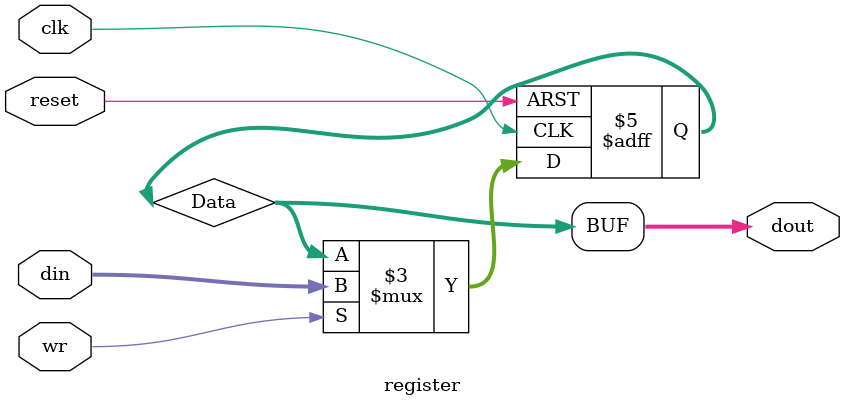
<source format=v>
`timescale 1ns / 1ps


module register
#(
parameter   WIDTH = 16,
parameter   RESET_VALUE = 0
)
(
input               clk,
input               reset,
input               wr,
input   [WIDTH-1:0] din,
output  [WIDTH-1:0] dout
    );

reg     [WIDTH-1:0] Data;
assign dout = Data;

always@(posedge clk or negedge reset)
begin
    if(~reset)
    Data<= RESET_VALUE;
    else if(wr)
    Data<= din;
end
endmodule

</source>
